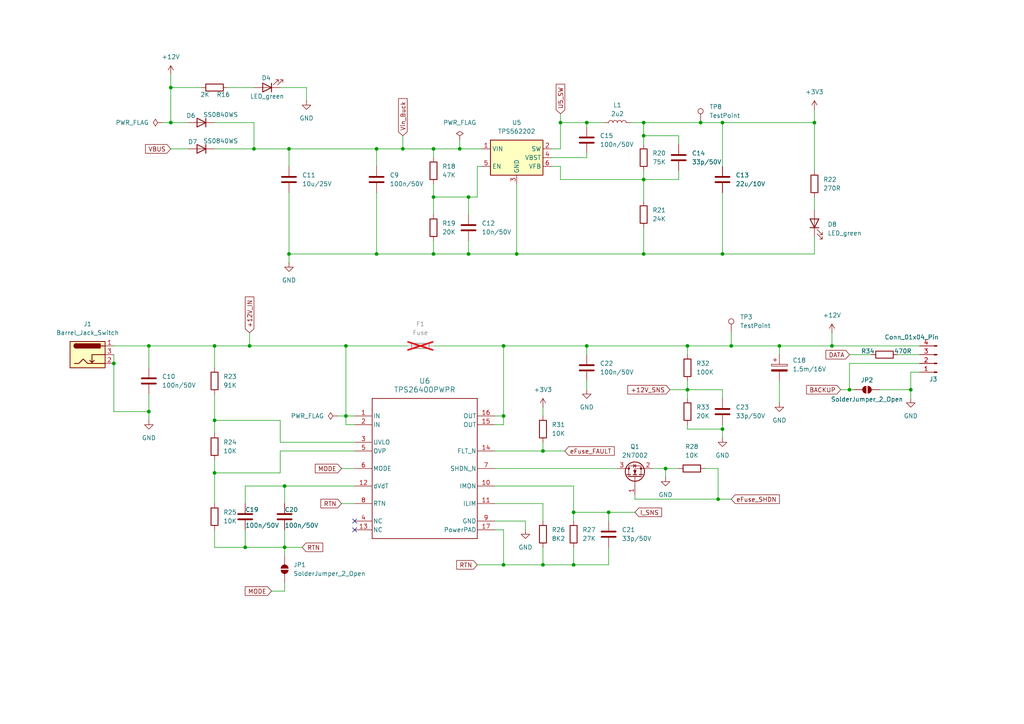
<source format=kicad_sch>
(kicad_sch (version 20250114) (generator "eeschema") (generator_version "9.0")
  (paper "A4")
  (title_block (title "Power and Regler"))
  (lib_symbols
    (symbol "2025-09-12_18-20-04:TPS26400PWPR" (pin_names (offset 0.254))
      (property "Reference" "U" (at 0 2.54 0))
      (property "Value" "TPS26400PWPR" (at 0 0 0))
      (symbol "TPS26400PWPR_0_1"
        (polyline (pts (xy 5.08 5.08) (xy 5.08 -35.56)) (stroke (width 0.2032)))
        (polyline (pts (xy 5.08 -35.56) (xy 35.56 -35.56)) (stroke (width 0.2032)))
        (polyline (pts (xy 35.56 5.08) (xy 5.08 5.08)) (stroke (width 0.2032)))
        (polyline (pts (xy 35.56 -35.56) (xy 35.56 5.08)) (stroke (width 0.2032)))
        (pin power_in line (at 0 0 0) (length 5.08) (name "IN") (number "1"))
        (pin power_in line (at 0 -2.54 0) (length 5.08) (name "IN") (number "2"))
        (pin unspecified line (at 0 -7.62 0) (length 5.08) (name "UVLO") (number "3"))
        (pin input line (at 0 -10.16 0) (length 5.08) (name "OVP") (number "5"))
        (pin input line (at 0 -15.24 0) (length 5.08) (name "MODE") (number "6"))
        (pin unspecified line (at 0 -20.32 0) (length 5.08) (name "dVdT") (number "12"))
        (pin unspecified line (at 0 -25.4 0) (length 5.08) (name "RTN") (number "8"))
        (pin unspecified line (at 0 -30.48 0) (length 5.08) (name "NC") (number "4"))
        (pin unspecified line (at 0 -33.02 0) (length 5.08) (name "NC") (number "13"))
        (pin power_in line (at 40.64 0 180) (length 5.08) (name "OUT") (number "16"))
        (pin power_in line (at 40.64 -2.54 180) (length 5.08) (name "OUT") (number "15"))
        (pin open_collector line (at 40.64 -10.16 180) (length 5.08) (name "FLT_N") (number "14"))
        (pin input line (at 40.64 -15.24 180) (length 5.08) (name "SHDN_N") (number "7"))
        (pin unspecified line (at 40.64 -20.32 180) (length 5.08) (name "IMON") (number "10"))
        (pin unspecified line (at 40.64 -25.4 180) (length 5.08) (name "ILIM") (number "11"))
        (pin power_in line (at 40.64 -30.48 180) (length 5.08) (name "GND") (number "9"))
        (pin unspecified line (at 40.64 -33.02 180) (length 5.08) (name "PowerPAD") (number "17"))
      )
    )
    (symbol "Connector:Barrel_Jack_Switch" (pin_names (hide yes))
      (property "Reference" "J" (at 0 5.334 0))
      (property "Value" "Barrel_Jack_Switch" (at 0 -5.08 0))
      (symbol "Barrel_Jack_Switch_0_1"
        (rectangle (start -5.08 3.81) (end 5.08 -3.81) (stroke (width 0.254)) (fill (type background)))
        (polyline (pts (xy -3.81 -2.54) (xy -2.54 -2.54) (xy -1.27 -1.27) (xy 0 -2.54) (xy 2.54 -2.54) (xy 5.08 -2.54)) (stroke (width 0.254)))
        (arc (start -3.302 1.905) (mid -3.9343 2.54) (end -3.302 3.175) (stroke (width 0.254)))
        (arc (start -3.302 1.905) (mid -3.9343 2.54) (end -3.302 3.175) (stroke (width 0.254)) (fill (type outline)))
        (polyline (pts (xy 1.27 -2.286) (xy 1.905 -1.651)) (stroke (width 0.254)))
        (rectangle (start 3.683 3.175) (end -3.302 1.905) (stroke (width 0.254)) (fill (type outline)))
        (polyline (pts (xy 5.08 2.54) (xy 3.81 2.54)) (stroke (width 0.254)))
        (polyline (pts (xy 5.08 0) (xy 1.27 0) (xy 1.27 -2.286) (xy 0.635 -1.651)) (stroke (width 0.254)))
      )
      (symbol "Barrel_Jack_Switch_1_1"
        (pin passive line (at 7.62 2.54 180) (length 2.54) (name "~") (number "1"))
        (pin passive line (at 7.62 0 180) (length 2.54) (name "~") (number "3"))
        (pin passive line (at 7.62 -2.54 180) (length 2.54) (name "~") (number "2"))
      )
    )
    (symbol "Connector:Conn_01x04_Pin" (pin_names (offset 1.016) (hide yes))
      (property "Reference" "J" (at 0 5.08 0))
      (property "Value" "Conn_01x04_Pin" (at 0 -7.62 0))
      (symbol "Conn_01x04_Pin_1_1"
        (rectangle (start 0.8636 2.667) (end 0 2.413) (stroke (width 0.1524)) (fill (type outline)))
        (rectangle (start 0.8636 0.127) (end 0 -0.127) (stroke (width 0.1524)) (fill (type outline)))
        (rectangle (start 0.8636 -2.413) (end 0 -2.667) (stroke (width 0.1524)) (fill (type outline)))
        (rectangle (start 0.8636 -4.953) (end 0 -5.207) (stroke (width 0.1524)) (fill (type outline)))
        (polyline (pts (xy 1.27 2.54) (xy 0.8636 2.54)) (stroke (width 0.1524)))
        (polyline (pts (xy 1.27 0) (xy 0.8636 0)) (stroke (width 0.1524)))
        (polyline (pts (xy 1.27 -2.54) (xy 0.8636 -2.54)) (stroke (width 0.1524)))
        (polyline (pts (xy 1.27 -5.08) (xy 0.8636 -5.08)) (stroke (width 0.1524)))
        (pin passive line (at 5.08 2.54 180) (length 3.81) (name "Pin_1") (number "1"))
        (pin passive line (at 5.08 0 180) (length 3.81) (name "Pin_2") (number "2"))
        (pin passive line (at 5.08 -2.54 180) (length 3.81) (name "Pin_3") (number "3"))
        (pin passive line (at 5.08 -5.08 180) (length 3.81) (name "Pin_4") (number "4"))
      )
    )
    (symbol "Connector:TestPoint" (pin_numbers (hide yes)) (pin_names (offset 0.762) (hide yes))
      (property "Reference" "TP" (at 0 6.858 0))
      (property "Value" "TestPoint" (at 0 5.08 0))
      (symbol "TestPoint_0_1"
        (circle (center 0 3.302) (radius 0.762))
      )
      (symbol "TestPoint_1_1"
        (pin passive line (at 0 0 90) (length 2.54) (name "1") (number "1"))
      )
    )
    (symbol "Device:C" (pin_numbers (hide yes)) (pin_names (offset 0.254))
      (property "Reference" "C" (at 0.635 2.54 0))
      (property "Value" "C" (at 0.635 -2.54 0))
      (symbol "C_0_1"
        (polyline (pts (xy -2.032 0.762) (xy 2.032 0.762)) (stroke (width 0.508)))
        (polyline (pts (xy -2.032 -0.762) (xy 2.032 -0.762)) (stroke (width 0.508)))
      )
      (symbol "C_1_1"
        (pin passive line (at 0 3.81 270) (length 2.794) (name "~") (number "1"))
        (pin passive line (at 0 -3.81 90) (length 2.794) (name "~") (number "2"))
      )
    )
    (symbol "Device:C_Polarized" (pin_numbers (hide yes)) (pin_names (offset 0.254))
      (property "Reference" "C" (at 0.635 2.54 0))
      (property "Value" "C_Polarized" (at 0.635 -2.54 0))
      (symbol "C_Polarized_0_1"
        (rectangle (start -2.286 0.508) (end 2.286 1.016))
        (polyline (pts (xy -1.778 2.286) (xy -0.762 2.286)))
        (polyline (pts (xy -1.27 2.794) (xy -1.27 1.778)))
        (rectangle (start 2.286 -0.508) (end -2.286 -1.016) (fill (type outline)))
      )
      (symbol "C_Polarized_1_1"
        (pin passive line (at 0 3.81 270) (length 2.794) (name "~") (number "1"))
        (pin passive line (at 0 -3.81 90) (length 2.794) (name "~") (number "2"))
      )
    )
    (symbol "Device:D" (pin_numbers (hide yes)) (pin_names (offset 1.016) (hide yes))
      (property "Reference" "D" (at 0 2.54 0))
      (property "Value" "D" (at 0 -2.54 0))
      (symbol "D_0_1"
        (polyline (pts (xy -1.27 1.27) (xy -1.27 -1.27)) (stroke (width 0.254)))
        (polyline (pts (xy 1.27 1.27) (xy 1.27 -1.27) (xy -1.27 0) (xy 1.27 1.27)) (stroke (width 0.254)))
        (polyline (pts (xy 1.27 0) (xy -1.27 0)))
      )
      (symbol "D_1_1"
        (pin passive line (at -3.81 0 0) (length 2.54) (name "K") (number "1"))
        (pin passive line (at 3.81 0 180) (length 2.54) (name "A") (number "2"))
      )
    )
    (symbol "Device:Fuse" (pin_numbers (hide yes)) (pin_names (offset 0))
      (property "Reference" "F" (at 2.032 0 90))
      (property "Value" "Fuse" (at -1.905 0 90))
      (symbol "Fuse_0_1"
        (rectangle (start -0.762 -2.54) (end 0.762 2.54) (stroke (width 0.254)))
        (polyline (pts (xy 0 2.54) (xy 0 -2.54)))
      )
      (symbol "Fuse_1_1"
        (pin passive line (at 0 3.81 270) (length 1.27) (name "~") (number "1"))
        (pin passive line (at 0 -3.81 90) (length 1.27) (name "~") (number "2"))
      )
    )
    (symbol "Device:L" (pin_numbers (hide yes)) (pin_names (offset 1.016) (hide yes))
      (property "Reference" "L" (at -1.27 0 90))
      (property "Value" "L" (at 1.905 0 90))
      (symbol "L_0_1"
        (arc (start 0 2.54) (mid 0.6323 1.905) (end 0 1.27))
        (arc (start 0 1.27) (mid 0.6323 0.635) (end 0 0))
        (arc (start 0 0) (mid 0.6323 -0.635) (end 0 -1.27))
        (arc (start 0 -1.27) (mid 0.6323 -1.905) (end 0 -2.54))
      )
      (symbol "L_1_1"
        (pin passive line (at 0 3.81 270) (length 1.27) (name "1") (number "1"))
        (pin passive line (at 0 -3.81 90) (length 1.27) (name "2") (number "2"))
      )
    )
    (symbol "Device:LED" (pin_numbers (hide yes)) (pin_names (offset 1.016) (hide yes))
      (property "Reference" "D" (at 0 2.54 0))
      (property "Value" "LED" (at 0 -2.54 0))
      (symbol "LED_0_1"
        (polyline (pts (xy -3.048 -0.762) (xy -4.572 -2.286) (xy -3.81 -2.286) (xy -4.572 -2.286) (xy -4.572 -1.524)))
        (polyline (pts (xy -1.778 -0.762) (xy -3.302 -2.286) (xy -2.54 -2.286) (xy -3.302 -2.286) (xy -3.302 -1.524)))
        (polyline (pts (xy -1.27 0) (xy 1.27 0)))
        (polyline (pts (xy -1.27 -1.27) (xy -1.27 1.27)) (stroke (width 0.254)))
        (polyline (pts (xy 1.27 -1.27) (xy 1.27 1.27) (xy -1.27 0) (xy 1.27 -1.27)) (stroke (width 0.254)))
      )
      (symbol "LED_1_1"
        (pin passive line (at -3.81 0 0) (length 2.54) (name "K") (number "1"))
        (pin passive line (at 3.81 0 180) (length 2.54) (name "A") (number "2"))
      )
    )
    (symbol "Device:R" (pin_numbers (hide yes)) (pin_names (offset 0))
      (property "Reference" "R" (at 2.032 0 90))
      (property "Value" "R" (at 0 0 90))
      (symbol "R_0_1"
        (rectangle (start -1.016 -2.54) (end 1.016 2.54) (stroke (width 0.254)))
      )
      (symbol "R_1_1"
        (pin passive line (at 0 3.81 270) (length 1.27) (name "~") (number "1"))
        (pin passive line (at 0 -3.81 90) (length 1.27) (name "~") (number "2"))
      )
    )
    (symbol "Jumper:SolderJumper_2_Open" (pin_numbers (hide yes)) (pin_names (offset 0) (hide yes)) (in_bom no)
      (property "Reference" "JP" (at 0 2.032 0))
      (property "Value" "SolderJumper_2_Open" (at 0 -2.54 0))
      (symbol "SolderJumper_2_Open_0_1"
        (polyline (pts (xy -0.254 1.016) (xy -0.254 -1.016)))
        (arc (start -0.254 -1.016) (mid -1.2656 0) (end -0.254 1.016))
        (arc (start -0.254 -1.016) (mid -1.2656 0) (end -0.254 1.016) (fill (type outline)))
        (arc (start 0.254 1.016) (mid 1.2656 0) (end 0.254 -1.016))
        (arc (start 0.254 1.016) (mid 1.2656 0) (end 0.254 -1.016) (fill (type outline)))
        (polyline (pts (xy 0.254 1.016) (xy 0.254 -1.016)))
      )
      (symbol "SolderJumper_2_Open_1_1"
        (pin passive line (at -3.81 0 0) (length 2.54) (name "A") (number "1"))
        (pin passive line (at 3.81 0 180) (length 2.54) (name "B") (number "2"))
      )
    )
    (symbol "Regulator_Switching:TPS562202"
      (property "Reference" "U" (at -7.62 6.35 0))
      (property "Value" "TPS562202" (at -2.54 6.35 0))
      (symbol "TPS562202_0_1"
        (rectangle (start -7.62 5.08) (end 7.62 -5.08) (stroke (width 0.254)) (fill (type background)))
      )
      (symbol "TPS562202_1_1"
        (pin power_in line (at -10.16 2.54 0) (length 2.54) (name "VIN") (number "1"))
        (pin input line (at -10.16 -2.54 0) (length 2.54) (name "EN") (number "5"))
        (pin power_in line (at 0 -7.62 90) (length 2.54) (name "GND") (number "3"))
        (pin output line (at 10.16 2.54 180) (length 2.54) (name "SW") (number "2"))
        (pin passive line (at 10.16 0 180) (length 2.54) (name "VBST") (number "4"))
        (pin input line (at 10.16 -2.54 180) (length 2.54) (name "VFB") (number "6"))
      )
    )
    (symbol "Transistor_FET:2N7002" (pin_names (hide yes))
      (property "Reference" "Q" (at 5.08 1.905 0))
      (property "Value" "2N7002" (at 5.08 0 0))
      (symbol "2N7002_0_1"
        (polyline (pts (xy 0.254 1.905) (xy 0.254 -1.905)) (stroke (width 0.254)))
        (polyline (pts (xy 0.254 0) (xy -2.54 0)))
        (polyline (pts (xy 0.762 2.286) (xy 0.762 1.27)) (stroke (width 0.254)))
        (polyline (pts (xy 0.762 0.508) (xy 0.762 -0.508)) (stroke (width 0.254)))
        (polyline (pts (xy 0.762 -1.27) (xy 0.762 -2.286)) (stroke (width 0.254)))
        (polyline (pts (xy 0.762 -1.778) (xy 3.302 -1.778) (xy 3.302 1.778) (xy 0.762 1.778)))
        (polyline (pts (xy 1.016 0) (xy 2.032 0.381) (xy 2.032 -0.381) (xy 1.016 0)) (fill (type outline)))
        (circle (center 1.651 0) (radius 2.794) (stroke (width 0.254)))
        (polyline (pts (xy 2.54 2.54) (xy 2.54 1.778)))
        (circle (center 2.54 1.778) (radius 0.254) (fill (type outline)))
        (circle (center 2.54 -1.778) (radius 0.254) (fill (type outline)))
        (polyline (pts (xy 2.54 -2.54) (xy 2.54 0) (xy 0.762 0)))
        (polyline (pts (xy 2.794 0.508) (xy 2.921 0.381) (xy 3.683 0.381) (xy 3.81 0.254)))
        (polyline (pts (xy 3.302 0.381) (xy 2.921 -0.254) (xy 3.683 -0.254) (xy 3.302 0.381)))
      )
      (symbol "2N7002_1_1"
        (pin input line (at -5.08 0 0) (length 2.54) (name "G") (number "1"))
        (pin passive line (at 2.54 5.08 270) (length 2.54) (name "D") (number "3"))
        (pin passive line (at 2.54 -5.08 90) (length 2.54) (name "S") (number "2"))
      )
    )
    (symbol "power:+12V" (power) (pin_numbers (hide yes)) (pin_names (offset 0) (hide yes))
      (property "Value" "+12V" (at 0 3.556 0))
      (symbol "+12V_0_1"
        (polyline (pts (xy -0.762 1.27) (xy 0 2.54)))
        (polyline (pts (xy 0 2.54) (xy 0.762 1.27)))
        (polyline (pts (xy 0 0) (xy 0 2.54)))
      )
      (symbol "+12V_1_1"
        (pin power_in line (at 0 0 90) (length 0) (name "~") (number "1"))
      )
    )
    (symbol "power:+3.3V" (power) (pin_numbers (hide yes)) (pin_names (offset 0) (hide yes))
      (property "Value" "+3.3V" (at 0 3.556 0))
      (symbol "+3.3V_0_1"
        (polyline (pts (xy -0.762 1.27) (xy 0 2.54)))
        (polyline (pts (xy 0 2.54) (xy 0.762 1.27)))
        (polyline (pts (xy 0 0) (xy 0 2.54)))
      )
      (symbol "+3.3V_1_1"
        (pin power_in line (at 0 0 90) (length 0) (name "~") (number "1"))
      )
    )
    (symbol "power:GND" (power) (pin_numbers (hide yes)) (pin_names (offset 0) (hide yes))
      (property "Value" "GND" (at 0 -3.81 0))
      (symbol "GND_0_1"
        (polyline (pts (xy 0 0) (xy 0 -1.27) (xy 1.27 -1.27) (xy 0 -2.54) (xy -1.27 -1.27) (xy 0 -1.27)))
      )
      (symbol "GND_1_1"
        (pin power_in line (at 0 0 270) (length 0) (name "~") (number "1"))
      )
    )
    (symbol "power:PWR_FLAG" (power) (pin_numbers (hide yes)) (pin_names (offset 0) (hide yes))
      (property "Value" "PWR_FLAG" (at 0 3.81 0))
      (symbol "PWR_FLAG_0_0"
        (pin power_out line (at 0 0 90) (length 0) (name "~") (number "1"))
      )
      (symbol "PWR_FLAG_0_1"
        (polyline (pts (xy 0 0) (xy 0 1.27) (xy -1.016 1.905) (xy 0 2.54) (xy 1.016 1.905) (xy 0 1.27)))
      )
    )
  )
  (junction (at 116.84 43.18))
  (junction (at 209.55 73.66))
  (junction (at 125.73 73.66))
  (junction (at 62.23 121.92))
  (junction (at 72.39 100.33))
  (junction (at 203.2 35.56))
  (junction (at 236.22 35.56))
  (junction (at 82.55 140.97))
  (junction (at 33.02 105.41))
  (junction (at 71.12 158.75))
  (junction (at 133.35 43.18))
  (junction (at 157.48 163.83))
  (junction (at 73.66 43.18))
  (junction (at 83.82 73.66))
  (junction (at 246.38 113.03))
  (junction (at 199.39 113.03))
  (junction (at 83.82 43.18))
  (junction (at 193.04 135.89))
  (junction (at 146.05 120.65))
  (junction (at 264.16 113.03))
  (junction (at 100.33 100.33))
  (junction (at 109.22 43.18))
  (junction (at 176.53 148.59))
  (junction (at 100.33 120.65))
  (junction (at 170.18 35.56))
  (junction (at 135.89 73.66))
  (junction (at 162.56 35.56))
  (junction (at 186.69 52.07))
  (junction (at 170.18 100.33))
  (junction (at 49.53 35.56))
  (junction (at 43.18 119.38))
  (junction (at 109.22 73.66))
  (junction (at 135.89 57.15))
  (junction (at 62.23 137.16))
  (junction (at 166.37 148.59))
  (junction (at 186.69 39.37))
  (junction (at 125.73 43.18))
  (junction (at 43.18 100.33))
  (junction (at 146.05 100.33))
  (junction (at 241.3 100.33))
  (junction (at 209.55 35.56))
  (junction (at 146.05 163.83))
  (junction (at 62.23 100.33))
  (junction (at 186.69 35.56))
  (junction (at 208.28 144.78))
  (junction (at 157.48 130.81))
  (junction (at 125.73 57.15))
  (junction (at 226.06 100.33))
  (junction (at 166.37 163.83))
  (junction (at 186.69 73.66))
  (junction (at 49.53 25.4))
  (junction (at 82.55 158.75))
  (junction (at 149.86 73.66))
  (junction (at 209.55 124.46))
  (junction (at 199.39 100.33))
  (junction (at 212.09 100.33))
  (no_connect (at 102.87 151.13))
  (no_connect (at 102.87 153.67))
  (wire (pts (xy 203.2 35.56) (xy 209.55 35.56)))
  (wire (pts (xy 83.82 73.66) (xy 83.82 76.2)))
  (wire (pts (xy 162.56 48.26) (xy 162.56 52.07)))
  (wire (pts (xy 88.9 25.4) (xy 88.9 29.21)))
  (wire (pts (xy 125.73 57.15) (xy 125.73 62.23)))
  (wire (pts (xy 182.88 35.56) (xy 186.69 35.56)))
  (wire (pts (xy 143.51 146.05) (xy 157.48 146.05)))
  (wire (pts (xy 160.02 48.26) (xy 162.56 48.26)))
  (wire (pts (xy 72.39 96.52) (xy 72.39 100.33)))
  (wire (pts (xy 125.73 100.33) (xy 146.05 100.33)))
  (wire (pts (xy 162.56 43.18) (xy 160.02 43.18)))
  (wire (pts (xy 82.55 140.97) (xy 82.55 146.05)))
  (wire (pts (xy 260.35 102.87) (xy 266.7 102.87)))
  (wire (pts (xy 176.53 158.75) (xy 176.53 163.83)))
  (wire (pts (xy 33.02 102.87) (xy 33.02 105.41)))
  (wire (pts (xy 146.05 120.65) (xy 146.05 123.19)))
  (wire (pts (xy 100.33 120.65) (xy 100.33 100.33)))
  (wire (pts (xy 146.05 100.33) (xy 146.05 120.65)))
  (wire (pts (xy 208.28 135.89) (xy 204.47 135.89)))
  (wire (pts (xy 199.39 100.33) (xy 199.39 102.87)))
  (wire (pts (xy 49.53 43.18) (xy 54.61 43.18)))
  (wire (pts (xy 83.82 55.88) (xy 83.82 73.66)))
  (wire (pts (xy 166.37 158.75) (xy 166.37 163.83)))
  (wire (pts (xy 199.39 110.49) (xy 199.39 113.03)))
  (wire (pts (xy 170.18 35.56) (xy 175.26 35.56)))
  (wire (pts (xy 109.22 73.66) (xy 125.73 73.66)))
  (wire (pts (xy 170.18 44.45) (xy 170.18 45.72)))
  (wire (pts (xy 82.55 158.75) (xy 82.55 161.29)))
  (wire (pts (xy 62.23 137.16) (xy 62.23 146.05)))
  (wire (pts (xy 266.7 105.41) (xy 246.38 105.41)))
  (wire (pts (xy 135.89 57.15) (xy 125.73 57.15)))
  (wire (pts (xy 170.18 100.33) (xy 170.18 102.87)))
  (wire (pts (xy 72.39 100.33) (xy 100.33 100.33)))
  (wire (pts (xy 83.82 48.26) (xy 83.82 43.18)))
  (wire (pts (xy 62.23 100.33) (xy 72.39 100.33)))
  (wire (pts (xy 186.69 35.56) (xy 186.69 39.37)))
  (wire (pts (xy 209.55 73.66) (xy 236.22 73.66)))
  (wire (pts (xy 157.48 128.27) (xy 157.48 130.81)))
  (wire (pts (xy 146.05 163.83) (xy 138.43 163.83)))
  (wire (pts (xy 186.69 49.53) (xy 186.69 52.07)))
  (wire (pts (xy 170.18 35.56) (xy 170.18 36.83)))
  (wire (pts (xy 176.53 151.13) (xy 176.53 148.59)))
  (wire (pts (xy 152.4 151.13) (xy 152.4 153.67)))
  (wire (pts (xy 62.23 133.35) (xy 62.23 137.16)))
  (wire (pts (xy 226.06 110.49) (xy 226.06 116.84)))
  (wire (pts (xy 143.51 153.67) (xy 146.05 153.67)))
  (wire (pts (xy 62.23 35.56) (xy 73.66 35.56)))
  (wire (pts (xy 196.85 52.07) (xy 186.69 52.07)))
  (wire (pts (xy 62.23 137.16) (xy 81.28 137.16)))
  (wire (pts (xy 209.55 115.57) (xy 209.55 113.03)))
  (wire (pts (xy 209.55 124.46) (xy 209.55 123.19)))
  (wire (pts (xy 97.79 120.65) (xy 100.33 120.65)))
  (wire (pts (xy 209.55 124.46) (xy 209.55 127)))
  (wire (pts (xy 209.55 113.03) (xy 199.39 113.03)))
  (wire (pts (xy 125.73 43.18) (xy 133.35 43.18)))
  (wire (pts (xy 146.05 123.19) (xy 143.51 123.19)))
  (wire (pts (xy 264.16 107.95) (xy 266.7 107.95)))
  (wire (pts (xy 264.16 113.03) (xy 264.16 107.95)))
  (wire (pts (xy 166.37 163.83) (xy 176.53 163.83)))
  (wire (pts (xy 166.37 140.97) (xy 166.37 148.59)))
  (wire (pts (xy 71.12 140.97) (xy 71.12 146.05)))
  (wire (pts (xy 49.53 25.4) (xy 49.53 35.56)))
  (wire (pts (xy 43.18 119.38) (xy 43.18 121.92)))
  (wire (pts (xy 236.22 68.58) (xy 236.22 73.66)))
  (wire (pts (xy 71.12 158.75) (xy 82.55 158.75)))
  (wire (pts (xy 143.51 140.97) (xy 166.37 140.97)))
  (wire (pts (xy 162.56 33.02) (xy 162.56 35.56)))
  (wire (pts (xy 33.02 105.41) (xy 33.02 119.38)))
  (wire (pts (xy 143.51 135.89) (xy 179.07 135.89)))
  (wire (pts (xy 81.28 130.81) (xy 81.28 137.16)))
  (wire (pts (xy 226.06 100.33) (xy 241.3 100.33)))
  (wire (pts (xy 160.02 45.72) (xy 170.18 45.72)))
  (wire (pts (xy 186.69 52.07) (xy 186.69 58.42)))
  (wire (pts (xy 146.05 100.33) (xy 170.18 100.33)))
  (wire (pts (xy 73.66 35.56) (xy 73.66 43.18)))
  (wire (pts (xy 157.48 130.81) (xy 163.83 130.81)))
  (wire (pts (xy 100.33 120.65) (xy 100.33 123.19)))
  (wire (pts (xy 241.3 96.52) (xy 241.3 100.33)))
  (wire (pts (xy 116.84 43.18) (xy 125.73 43.18)))
  (wire (pts (xy 193.04 135.89) (xy 193.04 138.43)))
  (wire (pts (xy 102.87 120.65) (xy 100.33 120.65)))
  (wire (pts (xy 100.33 123.19) (xy 102.87 123.19)))
  (wire (pts (xy 189.23 135.89) (xy 193.04 135.89)))
  (wire (pts (xy 133.35 43.18) (xy 139.7 43.18)))
  (wire (pts (xy 49.53 21.59) (xy 49.53 25.4)))
  (wire (pts (xy 209.55 55.88) (xy 209.55 73.66)))
  (wire (pts (xy 125.73 43.18) (xy 125.73 45.72)))
  (wire (pts (xy 102.87 128.27) (xy 81.28 128.27)))
  (wire (pts (xy 33.02 100.33) (xy 43.18 100.33)))
  (wire (pts (xy 62.23 158.75) (xy 71.12 158.75)))
  (wire (pts (xy 143.51 151.13) (xy 152.4 151.13)))
  (wire (pts (xy 43.18 114.3) (xy 43.18 119.38)))
  (wire (pts (xy 99.06 135.89) (xy 102.87 135.89)))
  (wire (pts (xy 226.06 100.33) (xy 226.06 102.87)))
  (wire (pts (xy 62.23 121.92) (xy 62.23 125.73)))
  (wire (pts (xy 43.18 100.33) (xy 43.18 106.68)))
  (wire (pts (xy 199.39 100.33) (xy 212.09 100.33)))
  (wire (pts (xy 83.82 43.18) (xy 109.22 43.18)))
  (wire (pts (xy 49.53 25.4) (xy 58.42 25.4)))
  (wire (pts (xy 170.18 100.33) (xy 199.39 100.33)))
  (wire (pts (xy 81.28 128.27) (xy 81.28 121.92)))
  (wire (pts (xy 82.55 171.45) (xy 78.74 171.45)))
  (wire (pts (xy 139.7 48.26) (xy 138.43 48.26)))
  (wire (pts (xy 135.89 57.15) (xy 135.89 62.23)))
  (wire (pts (xy 170.18 110.49) (xy 170.18 113.03)))
  (wire (pts (xy 212.09 100.33) (xy 226.06 100.33)))
  (wire (pts (xy 100.33 100.33) (xy 118.11 100.33)))
  (wire (pts (xy 196.85 41.91) (xy 196.85 39.37)))
  (wire (pts (xy 83.82 73.66) (xy 109.22 73.66)))
  (wire (pts (xy 236.22 57.15) (xy 236.22 60.96)))
  (wire (pts (xy 212.09 96.52) (xy 212.09 100.33)))
  (wire (pts (xy 135.89 69.85) (xy 135.89 73.66)))
  (wire (pts (xy 199.39 113.03) (xy 199.39 115.57)))
  (wire (pts (xy 236.22 35.56) (xy 236.22 49.53)))
  (wire (pts (xy 146.05 153.67) (xy 146.05 163.83)))
  (wire (pts (xy 125.73 73.66) (xy 135.89 73.66)))
  (wire (pts (xy 82.55 153.67) (xy 82.55 158.75)))
  (wire (pts (xy 199.39 123.19) (xy 199.39 124.46)))
  (wire (pts (xy 196.85 39.37) (xy 186.69 39.37)))
  (wire (pts (xy 264.16 113.03) (xy 264.16 115.57)))
  (wire (pts (xy 138.43 48.26) (xy 138.43 57.15)))
  (wire (pts (xy 62.23 153.67) (xy 62.23 158.75)))
  (wire (pts (xy 81.28 25.4) (xy 88.9 25.4)))
  (wire (pts (xy 162.56 35.56) (xy 170.18 35.56)))
  (wire (pts (xy 209.55 35.56) (xy 236.22 35.56)))
  (wire (pts (xy 81.28 121.92) (xy 62.23 121.92)))
  (wire (pts (xy 143.51 120.65) (xy 146.05 120.65)))
  (wire (pts (xy 125.73 57.15) (xy 125.73 53.34)))
  (wire (pts (xy 99.06 146.05) (xy 102.87 146.05)))
  (wire (pts (xy 157.48 146.05) (xy 157.48 151.13)))
  (wire (pts (xy 157.48 118.11) (xy 157.48 120.65)))
  (wire (pts (xy 138.43 57.15) (xy 135.89 57.15)))
  (wire (pts (xy 157.48 158.75) (xy 157.48 163.83)))
  (wire (pts (xy 62.23 43.18) (xy 73.66 43.18)))
  (wire (pts (xy 184.15 144.78) (xy 208.28 144.78)))
  (wire (pts (xy 71.12 153.67) (xy 71.12 158.75)))
  (wire (pts (xy 208.28 144.78) (xy 212.09 144.78)))
  (wire (pts (xy 125.73 69.85) (xy 125.73 73.66)))
  (wire (pts (xy 255.27 113.03) (xy 264.16 113.03)))
  (wire (pts (xy 162.56 52.07) (xy 186.69 52.07)))
  (wire (pts (xy 33.02 119.38) (xy 43.18 119.38)))
  (wire (pts (xy 194.31 113.03) (xy 199.39 113.03)))
  (wire (pts (xy 62.23 100.33) (xy 62.23 106.68)))
  (wire (pts (xy 199.39 124.46) (xy 209.55 124.46)))
  (wire (pts (xy 196.85 49.53) (xy 196.85 52.07)))
  (wire (pts (xy 109.22 55.88) (xy 109.22 73.66)))
  (wire (pts (xy 193.04 135.89) (xy 196.85 135.89)))
  (wire (pts (xy 246.38 102.87) (xy 252.73 102.87)))
  (wire (pts (xy 209.55 35.56) (xy 209.55 48.26)))
  (wire (pts (xy 82.55 168.91) (xy 82.55 171.45)))
  (wire (pts (xy 186.69 39.37) (xy 186.69 41.91)))
  (wire (pts (xy 162.56 35.56) (xy 162.56 43.18)))
  (wire (pts (xy 184.15 143.51) (xy 184.15 144.78)))
  (wire (pts (xy 236.22 31.75) (xy 236.22 35.56)))
  (wire (pts (xy 82.55 158.75) (xy 87.63 158.75)))
  (wire (pts (xy 246.38 105.41) (xy 246.38 113.03)))
  (wire (pts (xy 102.87 130.81) (xy 81.28 130.81)))
  (wire (pts (xy 166.37 163.83) (xy 157.48 163.83)))
  (wire (pts (xy 46.99 35.56) (xy 49.53 35.56)))
  (wire (pts (xy 82.55 140.97) (xy 71.12 140.97)))
  (wire (pts (xy 149.86 53.34) (xy 149.86 73.66)))
  (wire (pts (xy 43.18 100.33) (xy 62.23 100.33)))
  (wire (pts (xy 82.55 140.97) (xy 102.87 140.97)))
  (wire (pts (xy 62.23 114.3) (xy 62.23 121.92)))
  (wire (pts (xy 143.51 130.81) (xy 157.48 130.81)))
  (wire (pts (xy 243.84 113.03) (xy 246.38 113.03)))
  (wire (pts (xy 186.69 35.56) (xy 203.2 35.56)))
  (wire (pts (xy 208.28 144.78) (xy 208.28 135.89)))
  (wire (pts (xy 49.53 35.56) (xy 54.61 35.56)))
  (wire (pts (xy 241.3 100.33) (xy 266.7 100.33)))
  (wire (pts (xy 109.22 43.18) (xy 116.84 43.18)))
  (wire (pts (xy 186.69 66.04) (xy 186.69 73.66)))
  (wire (pts (xy 133.35 40.64) (xy 133.35 43.18)))
  (wire (pts (xy 149.86 73.66) (xy 186.69 73.66)))
  (wire (pts (xy 186.69 73.66) (xy 209.55 73.66)))
  (wire (pts (xy 246.38 113.03) (xy 247.65 113.03)))
  (wire (pts (xy 166.37 148.59) (xy 176.53 148.59)))
  (wire (pts (xy 176.53 148.59) (xy 184.15 148.59)))
  (wire (pts (xy 135.89 73.66) (xy 149.86 73.66)))
  (wire (pts (xy 109.22 48.26) (xy 109.22 43.18)))
  (wire (pts (xy 157.48 163.83) (xy 146.05 163.83)))
  (wire (pts (xy 116.84 39.37) (xy 116.84 43.18)))
  (wire (pts (xy 73.66 25.4) (xy 66.04 25.4)))
  (wire (pts (xy 166.37 148.59) (xy 166.37 151.13)))
  (wire (pts (xy 73.66 43.18) (xy 83.82 43.18)))
  (global_label "BACKUP" (shape input) (at 243.84 113.03 180) (property "Intersheetrefs" "${INTERSHEET_REFS}" (effects (hide yes))))
  (global_label "eFuse_FAULT" (shape input) (at 163.83 130.81 0) (property "Intersheetrefs" "${INTERSHEET_REFS}" (effects (hide yes))))
  (global_label "RTN" (shape input) (at 87.63 158.75 0) (property "Intersheetrefs" "${INTERSHEET_REFS}" (effects (hide yes))))
  (global_label "eFuse_SHDN" (shape input) (at 212.09 144.78 0) (property "Intersheetrefs" "${INTERSHEET_REFS}" (effects (hide yes))))
  (global_label "MODE" (shape input) (at 78.74 171.45 180) (property "Intersheetrefs" "${INTERSHEET_REFS}" (effects (hide yes))))
  (global_label "VBUS" (shape input) (at 49.53 43.18 180) (property "Intersheetrefs" "${INTERSHEET_REFS}" (effects (hide yes))))
  (global_label "U5_SW" (shape input) (at 162.56 33.02 90) (property "Intersheetrefs" "${INTERSHEET_REFS}" (effects (hide yes))))
  (global_label "+12V_IN" (shape input) (at 72.39 96.52 90) (property "Intersheetrefs" "${INTERSHEET_REFS}" (effects (hide yes))))
  (global_label "MODE" (shape input) (at 99.06 135.89 180) (property "Intersheetrefs" "${INTERSHEET_REFS}" (effects (hide yes))))
  (global_label "RTN" (shape input) (at 138.43 163.83 180) (property "Intersheetrefs" "${INTERSHEET_REFS}" (effects (hide yes))))
  (global_label "RTN" (shape input) (at 99.06 146.05 180) (property "Intersheetrefs" "${INTERSHEET_REFS}" (effects (hide yes))))
  (global_label "I_SNS" (shape input) (at 184.15 148.59 0) (property "Intersheetrefs" "${INTERSHEET_REFS}" (effects (hide yes))))
  (global_label "+12V_SNS" (shape input) (at 194.31 113.03 180) (property "Intersheetrefs" "${INTERSHEET_REFS}" (effects (hide yes))))
  (global_label "DATA" (shape input) (at 246.38 102.87 180) (property "Intersheetrefs" "${INTERSHEET_REFS}" (effects (hide yes))))
  (global_label "Vin_Buck" (shape input) (at 116.84 39.37 90) (property "Intersheetrefs" "${INTERSHEET_REFS}" (effects (hide yes))))
  (symbol (lib_id "Transistor_FET:2N7002") (at 184.15 138.43 90) (unit 1)
    (property "Reference" "Q1" (at 184.15 129.54 90))
    (property "Value" "2N7002" (at 184.15 132.08 90))
    (property "Footprint" "Package_TO_SOT_SMD:SOT-23" (effects (hide yes)))
    (property "Datasheet" "https://www.onsemi.com/pub/Collateral/NDS7002A-D.PDF" (effects (hide yes)))
    (property "Description" "0.115A Id, 60V Vds, N-Channel MOSFET, SOT-23" (effects (hide yes)))
    (property "MPN" "637-2N7002" (effects (hide yes)))
  )
  (symbol (lib_id "Device:C") (at 209.55 52.07 0) (unit 1)
    (property "Reference" "C13" (at 213.36 50.7999 0) (effects (justify left)))
    (property "Value" "22u/10V" (at 213.36 53.3399 0) (effects (justify left)))
    (property "Footprint" "Capacitor_SMD:C_1206_3216Metric" (effects (hide yes)))
    (property "Datasheet" "https://search.murata.co.jp/Ceramy/image/img/A01X/G101/ENG/GRM31CR71A226KE15-01.pdf" (effects (hide yes)))
    (property "Description" "Unpolarized capacitor" (effects (hide yes)))
    (property "MPN" "81-GRM31CR71A226K15L" (effects (hide yes)))
  )
  (symbol (lib_id "Device:C") (at 82.55 149.86 180) (unit 1)
    (property "Reference" "C20" (at 82.55 147.828 0) (effects (justify right)))
    (property "Value" "100n/50V" (at 82.55 152.4 0) (effects (justify right)))
    (property "Footprint" "Capacitor_SMD:C_0603_1608Metric" (effects (hide yes)))
    (property "Description" "Unpolarized capacitor" (effects (hide yes)))
  )
  (symbol (lib_id "Device:C") (at 170.18 106.68 0) (unit 1)
    (property "Reference" "C22" (at 173.99 105.4099 0) (effects (justify left)))
    (property "Value" "100n/50V" (at 173.99 107.9499 0) (effects (justify left)))
    (property "Footprint" "Capacitor_SMD:C_0603_1608Metric" (effects (hide yes)))
    (property "Description" "Unpolarized capacitor" (effects (hide yes)))
  )
  (symbol (lib_id "Device:Fuse") (at 121.92 100.33 90) (unit 1) (dnp yes)
    (property "Reference" "F1" (at 121.92 93.98 90))
    (property "Value" "Fuse" (at 121.92 96.52 90))
    (property "Footprint" "Fuse:Fuse_1206_3216Metric" (effects (hide yes)))
    (property "Description" "Fuse" (effects (hide yes)))
  )
  (symbol (lib_id "Connector:Conn_01x04_Pin") (at 271.78 105.41 180) (unit 1)
    (property "Reference" "J3" (at 269.494 109.982 0) (effects (justify right)))
    (property "Value" "Conn_01x04_Pin" (at 256.54 97.79 0) (effects (justify right)))
    (property "Footprint" "Connector_JST:JST_XH_B4B-XH-A_1x04_P2.50mm_Vertical" (effects (hide yes)))
    (property "Datasheet" "https://www.jst-mfg.com/product/pdf/eng/eXH.pdf" (effects (hide yes)))
    (property "Description" "Generic connector, single row, 01x04, script generated" (effects (hide yes)))
    (property "MPN" "B4B-XH-AM" (effects (hide yes)))
  )
  (symbol (lib_id "power:+3.3V") (at 157.48 118.11 0) (unit 1)
    (property "Reference" "#PWR07" (effects (hide yes)))
    (property "Value" "+3V3" (at 157.48 113.03 0))
    (property "Description" "Power symbol creates a global label with name \"+3.3V\"" (effects (hide yes)))
  )
  (symbol (lib_id "Device:R") (at 125.73 66.04 0) (unit 1)
    (property "Reference" "R19" (at 128.27 64.7699 0) (effects (justify left)))
    (property "Value" "20K" (at 128.27 67.3099 0) (effects (justify left)))
    (property "Footprint" "Resistor_SMD:R_0603_1608Metric" (effects (hide yes)))
    (property "Description" "Resistor" (effects (hide yes)))
  )
  (symbol (lib_id "Device:LED") (at 77.47 25.4 180) (unit 1)
    (property "Reference" "D4" (at 77.216 22.606 0))
    (property "Value" "LED_green" (at 77.47 27.94 0))
    (property "Footprint" "LED_SMD:LED_0603_1608Metric" (effects (hide yes)))
    (property "Datasheet" "https://www.we-online.com/components/products/datasheet/150060VS75000.pdf" (effects (hide yes)))
    (property "Description" "Light emitting diode" (effects (hide yes)))
    (property "Sim.Pins" "1=K 2=A" (effects (hide yes)))
    (property "MPN" "710-150060VS75000" (effects (hide yes)))
  )
  (symbol (lib_id "Device:R") (at 186.69 45.72 0) (unit 1)
    (property "Reference" "R20" (at 189.23 44.4499 0) (effects (justify left)))
    (property "Value" "75K" (at 189.23 46.9899 0) (effects (justify left)))
    (property "Footprint" "Resistor_SMD:R_0603_1608Metric" (effects (hide yes)))
    (property "Description" "Resistor" (effects (hide yes)))
  )
  (symbol (lib_id "Connector:TestPoint") (at 212.09 96.52 0) (unit 1)
    (property "Reference" "TP3" (at 214.63 91.9479 0) (effects (justify left)))
    (property "Value" "TestPoint" (at 214.63 94.4879 0) (effects (justify left)))
    (property "Footprint" "TestPoint:TestPoint_Pad_D1.0mm" (effects (hide yes)))
    (property "Description" "test point" (effects (hide yes)))
  )
  (symbol (lib_id "power:PWR_FLAG") (at 133.35 40.64 0) (unit 1)
    (property "Reference" "#FLG02" (effects (hide yes)))
    (property "Value" "PWR_FLAG" (at 133.35 35.56 0))
    (property "Description" "Special symbol for telling ERC where power comes from" (effects (hide yes)))
  )
  (symbol (lib_id "Device:R") (at 62.23 129.54 0) (unit 1)
    (property "Reference" "R24" (at 64.77 128.2699 0) (effects (justify left)))
    (property "Value" "10K" (at 64.77 130.8099 0) (effects (justify left)))
    (property "Footprint" "Resistor_SMD:R_0603_1608Metric" (effects (hide yes)))
    (property "Description" "Resistor" (effects (hide yes)))
  )
  (symbol (lib_id "power:PWR_FLAG") (at 46.99 35.56 90) (unit 1)
    (property "Reference" "#FLG01" (effects (hide yes)))
    (property "Value" "PWR_FLAG" (at 43.18 35.5599 90) (effects (justify left)))
    (property "Description" "Special symbol for telling ERC where power comes from" (effects (hide yes)))
  )
  (symbol (lib_id "Device:R") (at 199.39 106.68 180) (unit 1)
    (property "Reference" "R32" (at 201.93 105.4099 0) (effects (justify right)))
    (property "Value" "100K" (at 201.93 107.9499 0) (effects (justify right)))
    (property "Footprint" "Resistor_SMD:R_0603_1608Metric" (effects (hide yes)))
    (property "Description" "Resistor" (effects (hide yes)))
  )
  (symbol (lib_id "Device:C") (at 71.12 149.86 180) (unit 1)
    (property "Reference" "C19" (at 71.12 147.828 0) (effects (justify right)))
    (property "Value" "100n/50V" (at 71.12 152.4 0) (effects (justify right)))
    (property "Footprint" "Capacitor_SMD:C_0603_1608Metric" (effects (hide yes)))
    (property "Description" "Unpolarized capacitor" (effects (hide yes)))
  )
  (symbol (lib_id "Device:R") (at 199.39 119.38 180) (unit 1)
    (property "Reference" "R33" (at 201.93 118.1099 0) (effects (justify right)))
    (property "Value" "20K" (at 201.93 120.6499 0) (effects (justify right)))
    (property "Footprint" "Resistor_SMD:R_0603_1608Metric" (effects (hide yes)))
    (property "Description" "Resistor" (effects (hide yes)))
  )
  (symbol (lib_id "Device:R") (at 157.48 124.46 180) (unit 1)
    (property "Reference" "R31" (at 160.02 123.1899 0) (effects (justify right)))
    (property "Value" "10K" (at 160.02 125.7299 0) (effects (justify right)))
    (property "Footprint" "Resistor_SMD:R_0603_1608Metric" (effects (hide yes)))
    (property "Description" "Resistor" (effects (hide yes)))
  )
  (symbol (lib_id "power:+12V") (at 49.53 21.59 0) (unit 1)
    (property "Reference" "#PWR017" (effects (hide yes)))
    (property "Value" "+12V" (at 49.53 16.51 0))
    (property "Description" "Power symbol creates a global label with name \"+12V\"" (effects (hide yes)))
  )
  (symbol (lib_id "Device:LED") (at 236.22 64.77 90) (unit 1)
    (property "Reference" "D8" (at 240.03 65.0874 90) (effects (justify right)))
    (property "Value" "LED_green" (at 240.03 67.6274 90) (effects (justify right)))
    (property "Footprint" "LED_SMD:LED_0603_1608Metric" (effects (hide yes)))
    (property "Datasheet" "https://www.we-online.com/components/products/datasheet/150060VS75000.pdf" (effects (hide yes)))
    (property "Description" "Light emitting diode" (effects (hide yes)))
    (property "Sim.Pins" "1=K 2=A" (effects (hide yes)))
    (property "MPN" "710-150060VS75000" (effects (hide yes)))
  )
  (symbol (lib_id "Device:R") (at 62.23 110.49 0) (unit 1)
    (property "Reference" "R23" (at 64.77 109.2199 0) (effects (justify left)))
    (property "Value" "91K" (at 64.77 111.7599 0) (effects (justify left)))
    (property "Footprint" "Resistor_SMD:R_0603_1608Metric" (effects (hide yes)))
    (property "Description" "Resistor" (effects (hide yes)))
  )
  (symbol (lib_id "power:GND") (at 264.16 115.57 0) (unit 1)
    (property "Reference" "#PWR033" (effects (hide yes)))
    (property "Value" "GND" (at 264.16 120.65 0))
    (property "Description" "Power symbol creates a global label with name \"GND\" , ground" (effects (hide yes)))
  )
  (symbol (lib_id "Device:R") (at 200.66 135.89 270) (unit 1)
    (property "Reference" "R28" (at 200.66 129.54 90))
    (property "Value" "10K" (at 200.66 132.08 90))
    (property "Footprint" "Resistor_SMD:R_0603_1608Metric" (effects (hide yes)))
    (property "Description" "Resistor" (effects (hide yes)))
  )
  (symbol (lib_id "Connector:Barrel_Jack_Switch") (at 25.4 102.87 0) (unit 1)
    (property "Reference" "J1" (at 25.4 93.98 0))
    (property "Value" "Barrel_Jack_Switch" (at 25.4 96.52 0))
    (property "Footprint" "Connector_BarrelJack:BarrelJack_GCT_DCJ200-10-A_Horizontal" (effects (hide yes)))
    (property "Datasheet" "https://gct.co/files/specs/dcj200-10-spec.pdf" (effects (hide yes)))
    (property "Description" "DC Barrel Jack with an internal switch" (effects (hide yes)))
    (property "MPN" "640-DCJ200-10-A-K1-K" (effects (hide yes)))
  )
  (symbol (lib_id "power:+12V") (at 241.3 96.52 0) (unit 1)
    (property "Reference" "#PWR021" (effects (hide yes)))
    (property "Value" "+12V" (at 241.3 91.44 0))
    (property "Description" "Power symbol creates a global label with name \"+12V\"" (effects (hide yes)))
  )
  (symbol (lib_id "Device:R") (at 256.54 102.87 270) (unit 1)
    (property "Reference" "R34" (at 251.714 101.854 90))
    (property "Value" "470R" (at 261.874 101.854 90))
    (property "Footprint" "Resistor_SMD:R_0603_1608Metric" (effects (hide yes)))
    (property "Description" "Resistor" (effects (hide yes)))
  )
  (symbol (lib_id "Device:C") (at 209.55 119.38 0) (unit 1)
    (property "Reference" "C23" (at 213.36 118.1099 0) (effects (justify left)))
    (property "Value" "33p/50V" (at 213.36 120.6499 0) (effects (justify left)))
    (property "Footprint" "Capacitor_SMD:C_0603_1608Metric" (effects (hide yes)))
    (property "Description" "Unpolarized capacitor" (effects (hide yes)))
  )
  (symbol (lib_id "Device:L") (at 179.07 35.56 90) (unit 1)
    (property "Reference" "L1" (at 179.07 30.48 90))
    (property "Value" "2u2" (at 179.07 33.02 90))
    (property "Footprint" "Inductor_SMD:L_Taiyo-Yuden_NR-24xx_HandSoldering" (effects (hide yes)))
    (property "Datasheet" "https://www.mouser.de/datasheet/2/396/wound04_e-1290968.pdf" (effects (hide yes)))
    (property "Description" "Inductor" (effects (hide yes)))
    (property "MPN" "963-NRH2410T2R2MN" (effects (hide yes)))
    (property "LCSC" "C89151" (effects (hide yes)))
  )
  (symbol (lib_id "Device:R") (at 157.48 154.94 180) (unit 1)
    (property "Reference" "R26" (at 160.02 153.6699 0) (effects (justify right)))
    (property "Value" "8K2" (at 160.02 156.2099 0) (effects (justify right)))
    (property "Footprint" "Resistor_SMD:R_0603_1608Metric" (effects (hide yes)))
    (property "Description" "Resistor" (effects (hide yes)))
  )
  (symbol (lib_id "Jumper:SolderJumper_2_Open") (at 251.46 113.03 0) (unit 1) (in_bom no)
    (property "Reference" "JP2" (at 251.46 110.236 0))
    (property "Value" "SolderJumper_2_Open" (at 251.46 115.824 0))
    (property "Footprint" "Jumper:SolderJumper-2_P1.3mm_Open_Pad1.0x1.5mm" (effects (hide yes)))
    (property "Description" "Solder Jumper, 2-pole, open" (effects (hide yes)))
  )
  (symbol (lib_id "power:GND") (at 43.18 121.92 0) (unit 1)
    (property "Reference" "#PWR022" (effects (hide yes)))
    (property "Value" "GND" (at 43.18 127 0))
    (property "Description" "Power symbol creates a global label with name \"GND\" , ground" (effects (hide yes)))
  )
  (symbol (lib_id "power:PWR_FLAG") (at 97.79 120.65 90) (unit 1)
    (property "Reference" "#FLG06" (effects (hide yes)))
    (property "Value" "PWR_FLAG" (at 93.98 120.6499 90) (effects (justify left)))
    (property "Description" "Special symbol for telling ERC where power comes from" (effects (hide yes)))
  )
  (symbol (lib_id "Connector:TestPoint") (at 203.2 35.56 0) (unit 1)
    (property "Reference" "TP8" (at 205.74 30.9879 0) (effects (justify left)))
    (property "Value" "TestPoint" (at 205.74 33.5279 0) (effects (justify left)))
    (property "Footprint" "TestPoint:TestPoint_Pad_D1.0mm" (effects (hide yes)))
    (property "Description" "test point" (effects (hide yes)))
  )
  (symbol (lib_id "Device:R") (at 62.23 25.4 270) (unit 1)
    (property "Reference" "R16" (at 64.77 27.432 90))
    (property "Value" "2K" (at 59.436 27.432 90))
    (property "Footprint" "Resistor_SMD:R_0603_1608Metric" (effects (hide yes)))
    (property "Description" "Resistor" (effects (hide yes)))
  )
  (symbol (lib_id "power:GND") (at 170.18 113.03 0) (unit 1)
    (property "Reference" "#PWR09" (effects (hide yes)))
    (property "Value" "GND" (at 170.18 118.11 0))
    (property "Description" "Power symbol creates a global label with name \"GND\" , ground" (effects (hide yes)))
  )
  (symbol (lib_id "power:GND") (at 83.82 76.2 0) (unit 1)
    (property "Reference" "#PWR031" (effects (hide yes)))
    (property "Value" "GND" (at 83.82 81.28 0))
    (property "Description" "Power symbol creates a global label with name \"GND\" , ground" (effects (hide yes)))
  )
  (symbol (lib_id "Device:D") (at 58.42 35.56 180) (unit 1)
    (property "Reference" "D6" (at 55.372 33.528 0))
    (property "Value" "SS0840WS" (at 64.008 33.274 0))
    (property "Footprint" "Diode_SMD:D_SOD-323F" (effects (hide yes)))
    (property "Datasheet" "https://www.panjit.com.tw/upload/datasheet/SS0840WS.pdf" (effects (hide yes)))
    (property "Description" "Diode" (effects (hide yes)))
    (property "Sim.Device" "D" (effects (hide yes)))
    (property "Sim.Pins" "1=K 2=A" (effects (hide yes)))
    (property "MPN" "241-SS0840WSR100001" (effects (hide yes)))
  )
  (symbol (lib_id "power:GND") (at 88.9 29.21 0) (unit 1)
    (property "Reference" "#PWR012" (effects (hide yes)))
    (property "Value" "GND" (at 88.9 34.29 0))
    (property "Description" "Power symbol creates a global label with name \"GND\" , ground" (effects (hide yes)))
  )
  (symbol (lib_id "Device:C") (at 109.22 52.07 0) (unit 1)
    (property "Reference" "C9" (at 113.03 50.7999 0) (effects (justify left)))
    (property "Value" "100n/50V" (at 113.03 53.3399 0) (effects (justify left)))
    (property "Footprint" "Capacitor_SMD:C_0603_1608Metric" (effects (hide yes)))
    (property "Description" "Unpolarized capacitor" (effects (hide yes)))
  )
  (symbol (lib_id "Device:R") (at 166.37 154.94 0) (unit 1)
    (property "Reference" "R27" (at 168.91 153.6699 0) (effects (justify left)))
    (property "Value" "27K" (at 168.91 156.2099 0) (effects (justify left)))
    (property "Footprint" "Resistor_SMD:R_0603_1608Metric" (effects (hide yes)))
    (property "Description" "Resistor" (effects (hide yes)))
  )
  (symbol (lib_id "Device:C") (at 83.82 52.07 0) (unit 1)
    (property "Reference" "C11" (at 87.63 50.7999 0) (effects (justify left)))
    (property "Value" "10u/25V" (at 87.63 53.3399 0) (effects (justify left)))
    (property "Footprint" "Capacitor_SMD:C_1206_3216Metric" (effects (hide yes)))
    (property "Description" "Unpolarized capacitor" (effects (hide yes)))
  )
  (symbol (lib_id "Device:C") (at 170.18 40.64 0) (unit 1)
    (property "Reference" "C15" (at 173.99 39.3699 0) (effects (justify left)))
    (property "Value" "100n/50V" (at 173.99 41.9099 0) (effects (justify left)))
    (property "Footprint" "Capacitor_SMD:C_0603_1608Metric" (effects (hide yes)))
    (property "Description" "Unpolarized capacitor" (effects (hide yes)))
  )
  (symbol (lib_id "Device:C") (at 196.85 45.72 0) (unit 1)
    (property "Reference" "C14" (at 200.66 44.4499 0) (effects (justify left)))
    (property "Value" "33p/50V" (at 200.66 46.9899 0) (effects (justify left)))
    (property "Footprint" "Capacitor_SMD:C_0603_1608Metric" (effects (hide yes)))
    (property "Description" "Unpolarized capacitor" (effects (hide yes)))
  )
  (symbol (lib_id "Device:C_Polarized") (at 226.06 106.68 0) (unit 1)
    (property "Reference" "C18" (at 229.87 104.5209 0) (effects (justify left)))
    (property "Value" "1.5m/16V" (at 229.87 107.0609 0) (effects (justify left)))
    (property "Footprint" "Capacitor_THT:CP_Radial_D10.0mm_P5.00mm_P7.50mm" (effects (hide yes)))
    (property "Datasheet" "https://www.we-online.com/components/products/datasheet/860020375019.pdf" (effects (hide yes)))
    (property "Description" "Polarized capacitor" (effects (hide yes)))
    (property "MPN" "710-860020375019" (effects (hide yes)))
  )
  (symbol (lib_id "power:GND") (at 193.04 138.43 0) (unit 1)
    (property "Reference" "#PWR05" (effects (hide yes)))
    (property "Value" "GND" (at 193.04 143.51 0))
    (property "Description" "Power symbol creates a global label with name \"GND\" , ground" (effects (hide yes)))
  )
  (symbol (lib_id "power:GND") (at 226.06 116.84 0) (unit 1)
    (property "Reference" "#PWR020" (effects (hide yes)))
    (property "Value" "GND" (at 226.06 121.92 0))
    (property "Description" "Power symbol creates a global label with name \"GND\" , ground" (effects (hide yes)))
  )
  (symbol (lib_id "2025-09-12_18-20-04:TPS26400PWPR") (at 102.87 120.65 0) (unit 1)
    (property "Reference" "U6" (at 123.19 110.49 0) (effects (font (size 1.524 1.524))))
    (property "Value" "TPS26400PWPR" (at 123.19 113.03 0) (effects (font (size 1.524 1.524))))
    (property "Footprint" "footprints:PWP0016H-IPC_A" (effects (hide yes)))
    (property "Datasheet" "https://www.ti.com/lit/gpn/tps2640" (effects (hide yes)))
    (property "MPN" "595-TPS26400PWPR" (effects (hide yes)))
    (property "LCSC" "C3662862" (effects (hide yes)))
  )
  (symbol (lib_id "Device:C") (at 43.18 110.49 0) (unit 1)
    (property "Reference" "C10" (at 46.99 109.2199 0) (effects (justify left)))
    (property "Value" "100n/50V" (at 46.99 111.7599 0) (effects (justify left)))
    (property "Footprint" "Capacitor_SMD:C_0603_1608Metric" (effects (hide yes)))
    (property "Description" "Unpolarized capacitor" (effects (hide yes)))
  )
  (symbol (lib_id "Regulator_Switching:TPS562202") (at 149.86 45.72 0) (unit 1)
    (property "Reference" "U5" (at 149.86 35.56 0))
    (property "Value" "TPS562202" (at 149.86 38.1 0))
    (property "Footprint" "Package_TO_SOT_SMD:SOT-563" (effects (hide yes)))
    (property "Datasheet" "https://www.ti.com/lit/gpn/tps562202" (effects (hide yes)))
    (property "Description" "2A Synchronous Step-Down Voltage Regulator 580kHz, adjustable output voltage, 4.5-17V Input Voltage, 0.804V-7V Output Voltage, SOT-563" (effects (hide yes)))
    (property "MPN" "TPS562202DRLR" (effects (hide yes)))
    (property "LCSC" "C2877547" (effects (hide yes)))
  )
  (symbol (lib_id "power:+3.3V") (at 236.22 31.75 0) (unit 1)
    (property "Reference" "#PWR018" (effects (hide yes)))
    (property "Value" "+3V3" (at 236.22 26.67 0))
    (property "Description" "Power symbol creates a global label with name \"+3.3V\"" (effects (hide yes)))
  )
  (symbol (lib_id "power:GND") (at 152.4 153.67 0) (unit 1)
    (property "Reference" "#PWR04" (effects (hide yes)))
    (property "Value" "GND" (at 152.4 158.75 0))
    (property "Description" "Power symbol creates a global label with name \"GND\" , ground" (effects (hide yes)))
  )
  (symbol (lib_id "Device:R") (at 62.23 149.86 0) (unit 1)
    (property "Reference" "R25" (at 64.77 148.5899 0) (effects (justify left)))
    (property "Value" "10K" (at 64.77 151.1299 0) (effects (justify left)))
    (property "Footprint" "Resistor_SMD:R_0603_1608Metric" (effects (hide yes)))
    (property "Description" "Resistor" (effects (hide yes)))
  )
  (symbol (lib_id "power:GND") (at 209.55 127 0) (unit 1)
    (property "Reference" "#PWR010" (effects (hide yes)))
    (property "Value" "GND" (at 209.55 132.08 0))
    (property "Description" "Power symbol creates a global label with name \"GND\" , ground" (effects (hide yes)))
  )
  (symbol (lib_id "Device:C") (at 135.89 66.04 0) (unit 1)
    (property "Reference" "C12" (at 139.7 64.7699 0) (effects (justify left)))
    (property "Value" "10n/50V" (at 139.7 67.3099 0) (effects (justify left)))
    (property "Footprint" "Capacitor_SMD:C_1206_3216Metric" (effects (hide yes)))
    (property "Description" "Unpolarized capacitor" (effects (hide yes)))
  )
  (symbol (lib_id "Device:C") (at 176.53 154.94 0) (unit 1)
    (property "Reference" "C21" (at 180.34 153.6699 0) (effects (justify left)))
    (property "Value" "33p/50V" (at 180.34 156.2099 0) (effects (justify left)))
    (property "Footprint" "Capacitor_SMD:C_0603_1608Metric" (effects (hide yes)))
    (property "Description" "Unpolarized capacitor" (effects (hide yes)))
  )
  (symbol (lib_id "Device:R") (at 125.73 49.53 0) (unit 1)
    (property "Reference" "R18" (at 128.27 48.2599 0) (effects (justify left)))
    (property "Value" "47K" (at 128.27 50.7999 0) (effects (justify left)))
    (property "Footprint" "Resistor_SMD:R_0603_1608Metric" (effects (hide yes)))
    (property "Description" "Resistor" (effects (hide yes)))
  )
  (symbol (lib_id "Device:R") (at 236.22 53.34 0) (unit 1)
    (property "Reference" "R22" (at 238.76 52.0699 0) (effects (justify left)))
    (property "Value" "270R" (at 238.76 54.6099 0) (effects (justify left)))
    (property "Footprint" "Resistor_SMD:R_0603_1608Metric" (effects (hide yes)))
    (property "Description" "Resistor" (effects (hide yes)))
  )
  (symbol (lib_id "Jumper:SolderJumper_2_Open") (at 82.55 165.1 90) (unit 1) (in_bom no)
    (property "Reference" "JP1" (at 85.09 163.8299 90) (effects (justify right)))
    (property "Value" "SolderJumper_2_Open" (at 85.09 166.3699 90) (effects (justify right)))
    (property "Footprint" "Jumper:SolderJumper-2_P1.3mm_Open_Pad1.0x1.5mm" (effects (hide yes)))
    (property "Description" "Solder Jumper, 2-pole, open" (effects (hide yes)))
  )
  (symbol (lib_id "Device:R") (at 186.69 62.23 0) (unit 1)
    (property "Reference" "R21" (at 189.23 60.9599 0) (effects (justify left)))
    (property "Value" "24K" (at 189.23 63.4999 0) (effects (justify left)))
    (property "Footprint" "Resistor_SMD:R_0603_1608Metric" (effects (hide yes)))
    (property "Description" "Resistor" (effects (hide yes)))
  )
  (symbol (lib_id "Device:D") (at 58.42 43.18 180) (unit 1)
    (property "Reference" "D7" (at 55.88 41.148 0))
    (property "Value" "SS0840WS" (at 64.008 40.894 0))
    (property "Footprint" "Diode_SMD:D_SOD-323F" (effects (hide yes)))
    (property "Datasheet" "https://www.panjit.com.tw/upload/datasheet/SS0840WS.pdf" (effects (hide yes)))
    (property "Description" "Diode" (effects (hide yes)))
    (property "Sim.Device" "D" (effects (hide yes)))
    (property "Sim.Pins" "1=K 2=A" (effects (hide yes)))
    (property "MPN" "241-SS0840WSR100001" (effects (hide yes)))
  )
)
</source>
